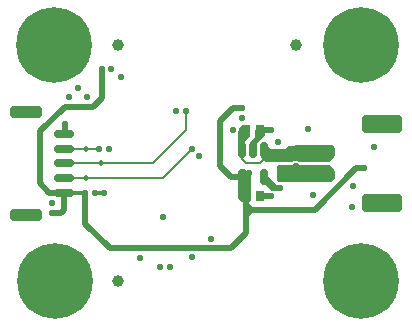
<source format=gbr>
%TF.GenerationSoftware,KiCad,Pcbnew,8.0.8+1*%
%TF.CreationDate,Date%
%TF.ProjectId,KiBot_Project_Test,4b69426f-745f-4507-926f-6a6563745f54,1.0.1*%
%TF.SameCoordinates,Original*%
%TF.FileFunction,Copper,L4,Bot*%
%TF.FilePolarity,Positive*%
%FSLAX46Y46*%
G04 Gerber Fmt 4.6, Leading zero omitted, Abs format (unit mm)*
G04 Created by KiCad*
%MOMM*%
%LPD*%
G01*
G04 APERTURE LIST*
G04 Aperture macros list*
%AMRoundRect*
0 Rectangle with rounded corners*
0 $1 Rounding radius*
0 $2 $3 $4 $5 $6 $7 $8 $9 X,Y pos of 4 corners*
0 Add a 4 corners polygon primitive as box body*
4,1,4,$2,$3,$4,$5,$6,$7,$8,$9,$2,$3,0*
0 Add four circle primitives for the rounded corners*
1,1,$1+$1,$2,$3*
1,1,$1+$1,$4,$5*
1,1,$1+$1,$6,$7*
1,1,$1+$1,$8,$9*
0 Add four rect primitives between the rounded corners*
20,1,$1+$1,$2,$3,$4,$5,0*
20,1,$1+$1,$4,$5,$6,$7,0*
20,1,$1+$1,$6,$7,$8,$9,0*
20,1,$1+$1,$8,$9,$2,$3,0*%
G04 Aperture macros list end*
%TA.AperFunction,ComponentPad*%
%ADD10C,6.400000*%
%TD*%
%TA.AperFunction,FiducialPad,Global*%
%ADD11C,1.000000*%
%TD*%
%TA.AperFunction,TestPad*%
%ADD12C,0.500000*%
%TD*%
%TA.AperFunction,SMDPad,CuDef*%
%ADD13RoundRect,0.250000X-1.500000X0.250000X-1.500000X-0.250000X1.500000X-0.250000X1.500000X0.250000X0*%
%TD*%
%TA.AperFunction,SMDPad,CuDef*%
%ADD14RoundRect,0.250001X-1.449999X0.499999X-1.449999X-0.499999X1.449999X-0.499999X1.449999X0.499999X0*%
%TD*%
%TA.AperFunction,SMDPad,CuDef*%
%ADD15RoundRect,0.187500X-0.187500X-0.262500X0.187500X-0.262500X0.187500X0.262500X-0.187500X0.262500X0*%
%TD*%
%TA.AperFunction,SMDPad,CuDef*%
%ADD16RoundRect,0.150000X0.700000X-0.150000X0.700000X0.150000X-0.700000X0.150000X-0.700000X-0.150000X0*%
%TD*%
%TA.AperFunction,SMDPad,CuDef*%
%ADD17RoundRect,0.250000X1.100000X-0.250000X1.100000X0.250000X-1.100000X0.250000X-1.100000X-0.250000X0*%
%TD*%
%TA.AperFunction,SMDPad,CuDef*%
%ADD18RoundRect,0.130000X-0.130000X0.130000X-0.130000X-0.130000X0.130000X-0.130000X0.130000X0.130000X0*%
%TD*%
%TA.AperFunction,SMDPad,CuDef*%
%ADD19RoundRect,0.130000X0.130000X-0.130000X0.130000X0.130000X-0.130000X0.130000X-0.130000X-0.130000X0*%
%TD*%
%TA.AperFunction,SMDPad,CuDef*%
%ADD20RoundRect,0.130000X-0.130000X-0.130000X0.130000X-0.130000X0.130000X0.130000X-0.130000X0.130000X0*%
%TD*%
%TA.AperFunction,SMDPad,CuDef*%
%ADD21RoundRect,0.150000X-0.150000X0.512500X-0.150000X-0.512500X0.150000X-0.512500X0.150000X0.512500X0*%
%TD*%
%TA.AperFunction,ViaPad*%
%ADD22C,0.550000*%
%TD*%
%TA.AperFunction,Conductor*%
%ADD23C,0.300000*%
%TD*%
%TA.AperFunction,Conductor*%
%ADD24C,0.500000*%
%TD*%
%TA.AperFunction,Conductor*%
%ADD25C,0.200000*%
%TD*%
G04 APERTURE END LIST*
D10*
%TO.P,H3,1,1*%
%TO.N,GND*%
X161500000Y-79250000D03*
%TD*%
%TO.P,H4,1,1*%
%TO.N,GND*%
X135500000Y-79250000D03*
%TD*%
%TO.P,H2,1,1*%
%TO.N,GND*%
X161500000Y-99250000D03*
%TD*%
%TO.P,H1,1,1*%
%TO.N,GND*%
X135600000Y-99250000D03*
%TD*%
D11*
%TO.P,FD5,*%
%TO.N,*%
X141000000Y-79250000D03*
%TD*%
%TO.P,FD4,*%
%TO.N,*%
X156000000Y-79250000D03*
%TD*%
D12*
%TO.P,TP8,1,1*%
%TO.N,+3V3*%
X151800000Y-95050000D03*
%TD*%
%TO.P,TP7,1,1*%
%TO.N,/Project Architecture/Connectors/NRST*%
X138250000Y-88000000D03*
%TD*%
%TO.P,TP9,1,1*%
%TO.N,GND*%
X139800000Y-91750000D03*
%TD*%
D13*
%TO.P,J2,1,Pin_1*%
%TO.N,VBUS*%
X157550000Y-88250000D03*
%TO.P,J2,2,Pin_2*%
%TO.N,GND*%
X157550000Y-90250000D03*
D14*
%TO.P,J2,MP1*%
%TO.N,N/C*%
X163300000Y-85900000D03*
%TO.P,J2,MP2*%
X163300000Y-92600000D03*
%TD*%
D15*
%TO.P,C18,1*%
%TO.N,+3V3*%
X151800000Y-92050000D03*
%TO.P,C18,2*%
%TO.N,GND*%
X153000000Y-92050000D03*
%TD*%
D16*
%TO.P,J1,1,Pin_1*%
%TO.N,+3V3*%
X136350000Y-91750000D03*
%TO.P,J1,2,Pin_2*%
%TO.N,/Project Architecture/Connectors/SWDIO*%
X136350000Y-90500000D03*
%TO.P,J1,3,Pin_3*%
%TO.N,/Project Architecture/Connectors/SWCLK*%
X136350000Y-89250000D03*
%TO.P,J1,4,Pin_4*%
%TO.N,/Project Architecture/Connectors/NRST*%
X136350000Y-88000000D03*
%TO.P,J1,5,Pin_5*%
%TO.N,GND*%
X136350000Y-86750000D03*
D17*
%TO.P,J1,MP1*%
%TO.N,N/C*%
X133150000Y-93600000D03*
%TO.P,J1,MP2*%
X133150000Y-84900000D03*
%TD*%
D18*
%TO.P,C15,1*%
%TO.N,VBUS*%
X154700000Y-88850000D03*
%TO.P,C15,2*%
%TO.N,GND*%
X154700000Y-89650000D03*
%TD*%
D19*
%TO.P,C17,1*%
%TO.N,/Project Architecture/Connectors/ADJ*%
X154700000Y-91350000D03*
%TO.P,C17,2*%
%TO.N,GND*%
X154700000Y-90550000D03*
%TD*%
D12*
%TO.P,TP5,1,1*%
%TO.N,/Project Architecture/Connectors/SWDIO*%
X138250000Y-90500000D03*
%TD*%
D15*
%TO.P,C16,1*%
%TO.N,VBUS*%
X151800000Y-86450000D03*
%TO.P,C16,2*%
%TO.N,GND*%
X153000000Y-86450000D03*
%TD*%
D20*
%TO.P,C14,1*%
%TO.N,+3V3*%
X138200000Y-91750000D03*
%TO.P,C14,2*%
%TO.N,GND*%
X139000000Y-91750000D03*
%TD*%
D21*
%TO.P,U4,1,VIN*%
%TO.N,VBUS*%
X151450000Y-88112500D03*
%TO.P,U4,2,GND*%
%TO.N,GND*%
X152400000Y-88112500D03*
%TO.P,U4,3,ON/~{OFF}*%
%TO.N,VBUS*%
X153350000Y-88112500D03*
%TO.P,U4,4,ADJ*%
%TO.N,/Project Architecture/Connectors/ADJ*%
X153350000Y-90387500D03*
%TO.P,U4,5,VOUT*%
%TO.N,+3V3*%
X151450000Y-90387500D03*
%TD*%
D11*
%TO.P,FD6,*%
%TO.N,*%
X141000000Y-99250000D03*
%TD*%
D12*
%TO.P,TP6,1,1*%
%TO.N,/Project Architecture/Connectors/SWCLK*%
X139500000Y-89250000D03*
%TD*%
D22*
%TO.N,GND*%
X140400000Y-81250000D03*
X144750000Y-93800000D03*
X135400000Y-92650000D03*
X138350000Y-83650000D03*
X157050000Y-86350000D03*
X147850000Y-88650000D03*
X150700000Y-86400000D03*
X141200000Y-81950000D03*
X160850000Y-91200000D03*
X162650000Y-87900000D03*
X148850000Y-95650000D03*
X137600000Y-82850000D03*
X160800000Y-92975000D03*
X151500000Y-85450000D03*
X153950000Y-86450000D03*
X157500000Y-91975000D03*
X136800000Y-83650000D03*
X156000000Y-89500000D03*
X136450000Y-85950000D03*
X154500000Y-87450000D03*
X145900000Y-84850000D03*
X144500000Y-98000000D03*
X142800000Y-97250000D03*
X145400000Y-98000000D03*
X140200000Y-88050000D03*
X139800000Y-91750000D03*
X147200000Y-97200000D03*
X153950000Y-92050000D03*
%TO.N,+3V3*%
X136800000Y-84450000D03*
X161800000Y-89650000D03*
X152050000Y-90100000D03*
X142800000Y-96450000D03*
X151500000Y-84600000D03*
X139600000Y-81250000D03*
X135400000Y-93450000D03*
X148800000Y-96450000D03*
%TO.N,/Project Architecture/Connectors/NRST*%
X139350000Y-88050000D03*
%TO.N,/Project Architecture/Connectors/SWCLK*%
X146750000Y-84850000D03*
%TO.N,/Project Architecture/Connectors/SWDIO*%
X147250000Y-88050000D03*
%TD*%
D23*
%TO.N,GND*%
X139000000Y-91750000D02*
X139800000Y-91750000D01*
D24*
X136450000Y-86650001D02*
X136350000Y-86750001D01*
X153950000Y-86450000D02*
X153000000Y-86450000D01*
X136450000Y-85950000D02*
X136450000Y-86650001D01*
X153000000Y-92050000D02*
X153950000Y-92050000D01*
D25*
%TO.N,VBUS*%
X153349999Y-88900001D02*
X153349999Y-88112500D01*
X151450001Y-88112500D02*
X151450001Y-88900001D01*
X151450001Y-88900001D02*
X151800000Y-89250000D01*
X153000000Y-89250000D02*
X153349999Y-88900001D01*
X151800000Y-89250000D02*
X153000000Y-89250000D01*
D24*
%TO.N,+3V3*%
X136350000Y-91749999D02*
X135149999Y-91749999D01*
X136800000Y-84450000D02*
X138850000Y-84450000D01*
X151800000Y-95150000D02*
X151800000Y-93600000D01*
D23*
X151800000Y-93162500D02*
X151787500Y-93162500D01*
D24*
X152237500Y-93162500D02*
X151800000Y-93600000D01*
X161800000Y-89650000D02*
X161150000Y-89650000D01*
X150487500Y-90387500D02*
X151450001Y-90387500D01*
X151800000Y-92725000D02*
X152237500Y-93162500D01*
X134350000Y-90950000D02*
X134350000Y-86550000D01*
D23*
X138199999Y-91749999D02*
X138200000Y-91750000D01*
D24*
X151500000Y-84600000D02*
X150700000Y-84600000D01*
X157637500Y-93162500D02*
X152750000Y-93162500D01*
X136450000Y-84450000D02*
X136800000Y-84450000D01*
X140300000Y-96450000D02*
X142800000Y-96450000D01*
X138200000Y-94350000D02*
X140300000Y-96450000D01*
X152750000Y-93162500D02*
X151800000Y-93162500D01*
X135149999Y-91749999D02*
X134350000Y-90950000D01*
D23*
X151787500Y-93162500D02*
X151700000Y-93250000D01*
D25*
X151737501Y-90100000D02*
X151450001Y-90387500D01*
D24*
X149600000Y-89500000D02*
X150487500Y-90387500D01*
X139600000Y-83700000D02*
X139600000Y-81250000D01*
X151800000Y-91726585D02*
X151800000Y-92050000D01*
X134350000Y-86550000D02*
X136450000Y-84450000D01*
D25*
X152050000Y-90100000D02*
X151737501Y-90100000D01*
D24*
X150500000Y-96450000D02*
X151800000Y-95150000D01*
X150700000Y-84600000D02*
X149600000Y-85700000D01*
X138850000Y-84450000D02*
X139600000Y-83700000D01*
X151800000Y-93600000D02*
X151800000Y-92050000D01*
X135400000Y-93450000D02*
X136100000Y-93450000D01*
X151800000Y-92050000D02*
X151800000Y-92725000D01*
X138200000Y-91750000D02*
X138200000Y-94350000D01*
X149600000Y-85700000D02*
X149600000Y-89500000D01*
X152750000Y-93162500D02*
X152237500Y-93162500D01*
X136100000Y-93450000D02*
X136350000Y-93200000D01*
X142800000Y-96450000D02*
X150500000Y-96450000D01*
X161150000Y-89650000D02*
X157637500Y-93162500D01*
D23*
X151800000Y-93162500D02*
X151800000Y-92050000D01*
X136350000Y-91749999D02*
X138199999Y-91749999D01*
D24*
X136350000Y-93200000D02*
X136350000Y-91749999D01*
D25*
%TO.N,/Project Architecture/Connectors/NRST*%
X136350000Y-88000000D02*
X138250000Y-88000000D01*
X138250000Y-88000000D02*
X139300000Y-88000000D01*
X139300000Y-88000000D02*
X139350000Y-88050000D01*
%TO.N,/Project Architecture/Connectors/SWCLK*%
X143950000Y-89250000D02*
X146750000Y-86450000D01*
X139500000Y-89250000D02*
X143950000Y-89250000D01*
X136350001Y-89250000D02*
X139500000Y-89250000D01*
X146750000Y-86450000D02*
X146750000Y-84850000D01*
%TO.N,/Project Architecture/Connectors/SWDIO*%
X144800000Y-90500000D02*
X147250000Y-88050000D01*
X138250000Y-90500000D02*
X144800000Y-90500000D01*
X136350000Y-90500000D02*
X138250000Y-90500000D01*
%TD*%
%TA.AperFunction,Conductor*%
%TO.N,GND*%
G36*
X153359191Y-86368907D02*
G01*
X153395155Y-86418407D01*
X153400000Y-86449000D01*
X153400000Y-86758992D01*
X153381093Y-86817183D01*
X153371004Y-86828996D01*
X152700000Y-87500000D01*
X152700000Y-88001000D01*
X152681093Y-88059191D01*
X152631593Y-88095155D01*
X152601000Y-88100000D01*
X152199000Y-88100000D01*
X152140809Y-88081093D01*
X152104845Y-88031593D01*
X152100000Y-88001000D01*
X152100000Y-87541007D01*
X152118907Y-87482816D01*
X152128990Y-87471009D01*
X152600000Y-87000000D01*
X152600000Y-86449000D01*
X152618907Y-86390809D01*
X152668407Y-86354845D01*
X152699000Y-86350000D01*
X153301000Y-86350000D01*
X153359191Y-86368907D01*
G37*
%TD.AperFunction*%
%TD*%
%TA.AperFunction,Conductor*%
%TO.N,VBUS*%
G36*
X151867183Y-86018907D02*
G01*
X151878996Y-86028996D01*
X152121004Y-86271004D01*
X152148781Y-86325521D01*
X152150000Y-86341008D01*
X152150000Y-86908992D01*
X152131093Y-86967183D01*
X152121004Y-86978995D01*
X151750000Y-87349999D01*
X151750000Y-88051000D01*
X151731093Y-88109191D01*
X151681593Y-88145155D01*
X151651000Y-88150000D01*
X151249000Y-88150000D01*
X151190809Y-88131093D01*
X151154845Y-88081593D01*
X151150000Y-88051000D01*
X151150000Y-86580813D01*
X151158949Y-86539682D01*
X151159001Y-86539566D01*
X151160931Y-86535342D01*
X151180390Y-86400000D01*
X151171051Y-86335049D01*
X151181483Y-86274763D01*
X151199034Y-86250965D01*
X151421004Y-86028996D01*
X151475520Y-86001219D01*
X151491007Y-86000000D01*
X151808992Y-86000000D01*
X151867183Y-86018907D01*
G37*
%TD.AperFunction*%
%TD*%
%TA.AperFunction,Conductor*%
%TO.N,+3V3*%
G36*
X151717183Y-89718907D02*
G01*
X151728996Y-89728996D01*
X152171004Y-90171004D01*
X152198781Y-90225521D01*
X152200000Y-90241008D01*
X152200000Y-92358992D01*
X152181093Y-92417183D01*
X152171004Y-92428996D01*
X152128996Y-92471004D01*
X152074479Y-92498781D01*
X152058992Y-92500000D01*
X151441008Y-92500000D01*
X151382817Y-92481093D01*
X151371004Y-92471004D01*
X151178996Y-92278996D01*
X151151219Y-92224479D01*
X151150000Y-92208992D01*
X151150000Y-89891008D01*
X151168907Y-89832817D01*
X151178996Y-89821004D01*
X151271004Y-89728996D01*
X151325521Y-89701219D01*
X151341008Y-89700000D01*
X151658992Y-89700000D01*
X151717183Y-89718907D01*
G37*
%TD.AperFunction*%
%TD*%
%TA.AperFunction,Conductor*%
%TO.N,VBUS*%
G36*
X153344945Y-87501797D02*
G01*
X153370000Y-87520000D01*
X153850000Y-88000000D01*
X155100000Y-88000000D01*
X155251000Y-87849000D01*
X155321005Y-87778996D01*
X155350000Y-87764222D01*
X155350000Y-88750000D01*
X155000000Y-89100000D01*
X154700000Y-89100000D01*
X153491008Y-89100000D01*
X153432817Y-89081093D01*
X153421004Y-89071004D01*
X153078996Y-88728996D01*
X153051219Y-88674479D01*
X153050000Y-88658992D01*
X153050000Y-87741008D01*
X153068907Y-87682817D01*
X153078996Y-87671005D01*
X153229996Y-87520004D01*
X153284513Y-87492226D01*
X153344945Y-87501797D01*
G37*
%TD.AperFunction*%
%TD*%
%TA.AperFunction,Conductor*%
%TO.N,/Project Architecture/Connectors/ADJ*%
G36*
X153419001Y-90069001D02*
G01*
X154450000Y-91100000D01*
X154551000Y-91100000D01*
X154609191Y-91118907D01*
X154645155Y-91168407D01*
X154650000Y-91199000D01*
X154650000Y-91501000D01*
X154631093Y-91559191D01*
X154581593Y-91595155D01*
X154551000Y-91600000D01*
X154119447Y-91600000D01*
X154091555Y-91595990D01*
X154088711Y-91595155D01*
X154080886Y-91592857D01*
X154051294Y-91584168D01*
X154009182Y-91559182D01*
X153951000Y-91501000D01*
X153500000Y-91050000D01*
X153499999Y-91050000D01*
X153349000Y-91050000D01*
X153290809Y-91031093D01*
X153254845Y-90981593D01*
X153250000Y-90951000D01*
X153250000Y-90139007D01*
X153268907Y-90080816D01*
X153318407Y-90044852D01*
X153379593Y-90044852D01*
X153419001Y-90069001D01*
G37*
%TD.AperFunction*%
%TD*%
%TA.AperFunction,Conductor*%
%TO.N,GND*%
G36*
X158867183Y-89418907D02*
G01*
X158878996Y-89428996D01*
X159271004Y-89821004D01*
X159298781Y-89875521D01*
X159300000Y-89891008D01*
X159300000Y-90508992D01*
X159281093Y-90567183D01*
X159271004Y-90578996D01*
X159078996Y-90771004D01*
X159024479Y-90798781D01*
X159008992Y-90800000D01*
X154691008Y-90800000D01*
X154632817Y-90781093D01*
X154621004Y-90771004D01*
X154478996Y-90628996D01*
X154451219Y-90574479D01*
X154450000Y-90558992D01*
X154450000Y-89691008D01*
X154468907Y-89632817D01*
X154478996Y-89621004D01*
X154671004Y-89428996D01*
X154725521Y-89401219D01*
X154741008Y-89400000D01*
X158808992Y-89400000D01*
X158867183Y-89418907D01*
G37*
%TD.AperFunction*%
%TD*%
%TA.AperFunction,Conductor*%
%TO.N,VBUS*%
G36*
X159117183Y-87768907D02*
G01*
X159128996Y-87778996D01*
X159271004Y-87921004D01*
X159298781Y-87975521D01*
X159300000Y-87991008D01*
X159300000Y-88608992D01*
X159281093Y-88667183D01*
X159271004Y-88678996D01*
X158878996Y-89071004D01*
X158824479Y-89098781D01*
X158808992Y-89100000D01*
X156286170Y-89100000D01*
X156232649Y-89084285D01*
X156199562Y-89063022D01*
X156068368Y-89024500D01*
X156068367Y-89024500D01*
X155931633Y-89024500D01*
X155931631Y-89024500D01*
X155800437Y-89063022D01*
X155767351Y-89084285D01*
X155713830Y-89100000D01*
X155000000Y-89100000D01*
X155350000Y-88750000D01*
X155350000Y-87764222D01*
X155375521Y-87751219D01*
X155391008Y-87750000D01*
X159058992Y-87750000D01*
X159117183Y-87768907D01*
G37*
%TD.AperFunction*%
%TD*%
M02*

</source>
